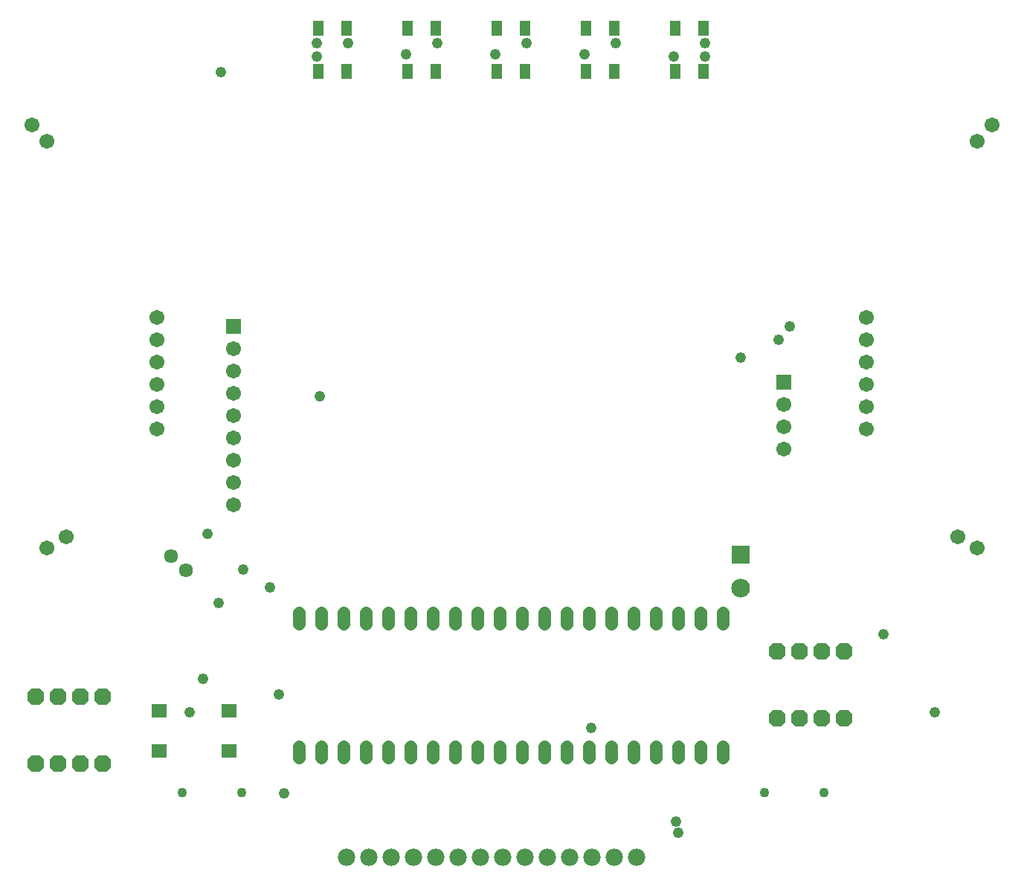
<source format=gts>
G75*
%MOIN*%
%OFA0B0*%
%FSLAX25Y25*%
%IPPOS*%
%LPD*%
%AMOC8*
5,1,8,0,0,1.08239X$1,22.5*
%
%ADD10R,0.04737X0.06706*%
%ADD11OC8,0.07600*%
%ADD12C,0.05800*%
%ADD13C,0.06737*%
%ADD14R,0.06737X0.06737*%
%ADD15R,0.08400X0.08400*%
%ADD16C,0.08400*%
%ADD17C,0.04343*%
%ADD18R,0.06902X0.05918*%
%ADD19C,0.06343*%
%ADD20C,0.07800*%
%ADD21C,0.04762*%
D10*
X0245909Y0364154D03*
X0258507Y0364154D03*
X0258507Y0383446D03*
X0245909Y0383446D03*
X0285909Y0383446D03*
X0298507Y0383446D03*
X0298507Y0364154D03*
X0285909Y0364154D03*
X0325909Y0364154D03*
X0338507Y0364154D03*
X0338507Y0383446D03*
X0325909Y0383446D03*
X0365909Y0383446D03*
X0378507Y0383446D03*
X0378507Y0364154D03*
X0365909Y0364154D03*
X0405909Y0364154D03*
X0418507Y0364154D03*
X0418507Y0383446D03*
X0405909Y0383446D03*
D11*
X0119208Y0053800D03*
X0129208Y0053800D03*
X0139208Y0053800D03*
X0149208Y0053800D03*
X0149208Y0083800D03*
X0139208Y0083800D03*
X0129208Y0083800D03*
X0119208Y0083800D03*
X0451594Y0073954D03*
X0461594Y0073954D03*
X0471594Y0073954D03*
X0481594Y0073954D03*
X0481594Y0103954D03*
X0471594Y0103954D03*
X0461594Y0103954D03*
X0451594Y0103954D03*
D12*
X0427208Y0116300D02*
X0427208Y0121300D01*
X0417208Y0121300D02*
X0417208Y0116300D01*
X0407208Y0116300D02*
X0407208Y0121300D01*
X0397208Y0121300D02*
X0397208Y0116300D01*
X0387208Y0116300D02*
X0387208Y0121300D01*
X0377208Y0121300D02*
X0377208Y0116300D01*
X0367208Y0116300D02*
X0367208Y0121300D01*
X0357208Y0121300D02*
X0357208Y0116300D01*
X0347208Y0116300D02*
X0347208Y0121300D01*
X0337208Y0121300D02*
X0337208Y0116300D01*
X0327208Y0116300D02*
X0327208Y0121300D01*
X0317208Y0121300D02*
X0317208Y0116300D01*
X0307208Y0116300D02*
X0307208Y0121300D01*
X0297208Y0121300D02*
X0297208Y0116300D01*
X0287208Y0116300D02*
X0287208Y0121300D01*
X0277208Y0121300D02*
X0277208Y0116300D01*
X0267208Y0116300D02*
X0267208Y0121300D01*
X0257208Y0121300D02*
X0257208Y0116300D01*
X0247208Y0116300D02*
X0247208Y0121300D01*
X0237208Y0121300D02*
X0237208Y0116300D01*
X0237208Y0061300D02*
X0237208Y0056300D01*
X0247208Y0056300D02*
X0247208Y0061300D01*
X0257208Y0061300D02*
X0257208Y0056300D01*
X0267208Y0056300D02*
X0267208Y0061300D01*
X0277208Y0061300D02*
X0277208Y0056300D01*
X0287208Y0056300D02*
X0287208Y0061300D01*
X0297208Y0061300D02*
X0297208Y0056300D01*
X0307208Y0056300D02*
X0307208Y0061300D01*
X0317208Y0061300D02*
X0317208Y0056300D01*
X0327208Y0056300D02*
X0327208Y0061300D01*
X0337208Y0061300D02*
X0337208Y0056300D01*
X0347208Y0056300D02*
X0347208Y0061300D01*
X0357208Y0061300D02*
X0357208Y0056300D01*
X0367208Y0056300D02*
X0367208Y0061300D01*
X0377208Y0061300D02*
X0377208Y0056300D01*
X0387208Y0056300D02*
X0387208Y0061300D01*
X0397208Y0061300D02*
X0397208Y0056300D01*
X0407208Y0056300D02*
X0407208Y0061300D01*
X0417208Y0061300D02*
X0417208Y0056300D01*
X0427208Y0056300D02*
X0427208Y0061300D01*
D13*
X0541269Y0150368D03*
X0532617Y0155383D03*
X0491708Y0203800D03*
X0491708Y0213800D03*
X0491708Y0223800D03*
X0491708Y0233800D03*
X0491708Y0243800D03*
X0491708Y0253800D03*
X0454508Y0214800D03*
X0454508Y0204800D03*
X0454508Y0194800D03*
X0541153Y0332681D03*
X0547884Y0340078D03*
X0207808Y0239800D03*
X0207808Y0229800D03*
X0207808Y0219800D03*
X0207799Y0209800D03*
X0207808Y0199800D03*
X0207808Y0189800D03*
X0207808Y0179800D03*
X0207808Y0169800D03*
X0173708Y0203800D03*
X0173708Y0213800D03*
X0173708Y0223800D03*
X0173708Y0233800D03*
X0173708Y0243800D03*
X0173708Y0253800D03*
X0124263Y0332681D03*
X0117533Y0340078D03*
X0132799Y0155383D03*
X0124148Y0150368D03*
D14*
X0207808Y0249800D03*
X0454508Y0224800D03*
D15*
X0435208Y0147300D03*
D16*
X0435208Y0132300D03*
D17*
X0445822Y0040894D03*
X0472594Y0040894D03*
X0211594Y0040894D03*
X0184822Y0040894D03*
D18*
X0174444Y0059548D03*
X0174444Y0077265D03*
X0205783Y0077265D03*
X0205783Y0059548D03*
D19*
X0186653Y0140501D03*
X0179763Y0146800D03*
D20*
X0258429Y0011792D03*
X0268429Y0011792D03*
X0278429Y0011792D03*
X0288429Y0011792D03*
X0298429Y0011792D03*
X0308429Y0011792D03*
X0318429Y0011792D03*
X0328429Y0011792D03*
X0338429Y0011792D03*
X0348429Y0011792D03*
X0358429Y0011792D03*
X0368429Y0011792D03*
X0378429Y0011792D03*
X0388429Y0011792D03*
D21*
X0407208Y0022800D03*
X0406208Y0027800D03*
X0368208Y0069800D03*
X0499208Y0111800D03*
X0522208Y0076800D03*
X0435208Y0235800D03*
X0452208Y0243800D03*
X0457208Y0249800D03*
X0419208Y0370800D03*
X0419208Y0376800D03*
X0405208Y0370800D03*
X0379208Y0376800D03*
X0365208Y0371800D03*
X0339208Y0376800D03*
X0325208Y0371800D03*
X0299208Y0376800D03*
X0285208Y0371800D03*
X0259208Y0376800D03*
X0245208Y0376800D03*
X0245208Y0370800D03*
X0202208Y0363800D03*
X0246508Y0218500D03*
X0196208Y0156800D03*
X0212208Y0140800D03*
X0224208Y0132800D03*
X0201208Y0125800D03*
X0194208Y0091800D03*
X0188208Y0076800D03*
X0228208Y0084800D03*
X0230708Y0040300D03*
M02*

</source>
